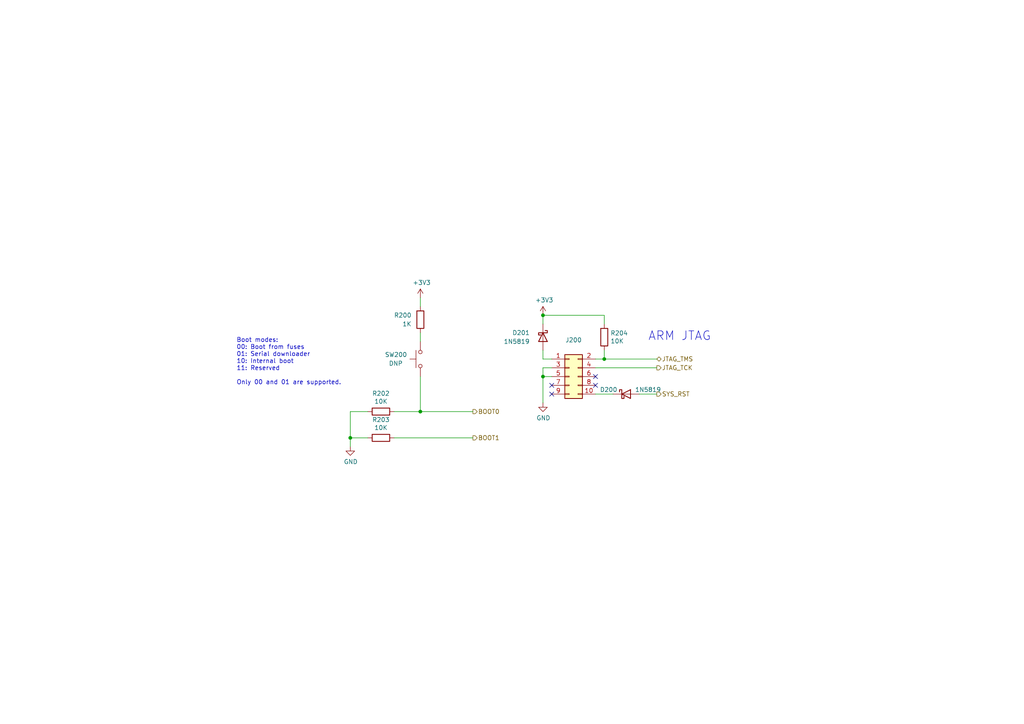
<source format=kicad_sch>
(kicad_sch (version 20210621) (generator eeschema)
  (paper "A4")
  (title_block (title "SitinaNe") (rev "R0.2") (company "Wenting"))
  (lib_symbols
    (symbol "Connector_Generic:Conn_02x05_Odd_Even" (pin_names (offset 1.016) hide)
      (property "Reference" "J" (at 1.27 7.62 0))
      (property "Value" "Conn_02x05_Odd_Even" (at 1.27 -7.62 0))
      (symbol "Conn_02x05_Odd_Even_1_1"
        (rectangle (start -1.27 -4.953) (end 0 -5.207) (stroke (width 0.1524)))
        (rectangle (start -1.27 -2.413) (end 0 -2.667) (stroke (width 0.1524)))
        (rectangle (start -1.27 0.127) (end 0 -0.127) (stroke (width 0.1524)))
        (rectangle (start -1.27 2.667) (end 0 2.413) (stroke (width 0.1524)))
        (rectangle (start -1.27 5.207) (end 0 4.953) (stroke (width 0.1524)))
        (rectangle (start 3.81 -4.953) (end 2.54 -5.207) (stroke (width 0.1524)))
        (rectangle (start 3.81 -2.413) (end 2.54 -2.667) (stroke (width 0.1524)))
        (rectangle (start 3.81 0.127) (end 2.54 -0.127) (stroke (width 0.1524)))
        (rectangle (start 3.81 2.667) (end 2.54 2.413) (stroke (width 0.1524)))
        (rectangle (start 3.81 5.207) (end 2.54 4.953) (stroke (width 0.1524)))
        (rectangle (start -1.27 6.35) (end 3.81 -6.35) (stroke (width 0.254)) (fill (type background)))
        (pin passive line (at -5.08 5.08 0) (length 3.81) (name "Pin_1") (number "1"))
        (pin passive line (at 7.62 -5.08 180) (length 3.81) (name "Pin_10") (number "10"))
        (pin passive line (at 7.62 5.08 180) (length 3.81) (name "Pin_2") (number "2"))
        (pin passive line (at -5.08 2.54 0) (length 3.81) (name "Pin_3") (number "3"))
        (pin passive line (at 7.62 2.54 180) (length 3.81) (name "Pin_4") (number "4"))
        (pin passive line (at -5.08 0 0) (length 3.81) (name "Pin_5") (number "5"))
        (pin passive line (at 7.62 0 180) (length 3.81) (name "Pin_6") (number "6"))
        (pin passive line (at -5.08 -2.54 0) (length 3.81) (name "Pin_7") (number "7"))
        (pin passive line (at 7.62 -2.54 180) (length 3.81) (name "Pin_8") (number "8"))
        (pin passive line (at -5.08 -5.08 0) (length 3.81) (name "Pin_9") (number "9"))
      )
    )
    (symbol "Device:D_Schottky" (pin_numbers hide) (pin_names (offset 1.016) hide)
      (property "Reference" "D" (at 0 2.54 0))
      (property "Value" "D_Schottky" (at 0 -2.54 0))
      (symbol "D_Schottky_0_1"
        (polyline (pts (xy 1.27 0) (xy -1.27 0)))
        (polyline (pts (xy 1.27 1.27) (xy 1.27 -1.27) (xy -1.27 0) (xy 1.27 1.27)) (stroke (width 0.254)))
        (polyline (pts (xy -1.905 0.635) (xy -1.905 1.27) (xy -1.27 1.27) (xy -1.27 -1.27) (xy -0.635 -1.27) (xy -0.635 -0.635)) (stroke (width 0.254)))
      )
      (symbol "D_Schottky_1_1"
        (pin passive line (at -3.81 0 0) (length 2.54) (name "K") (number "1"))
        (pin passive line (at 3.81 0 180) (length 2.54) (name "A") (number "2"))
      )
    )
    (symbol "Device:R" (pin_numbers hide) (pin_names (offset 0))
      (property "Reference" "R" (at 2.032 0 90))
      (property "Value" "R" (at 0 0 90))
      (symbol "R_0_1"
        (rectangle (start -1.016 -2.54) (end 1.016 2.54) (stroke (width 0.254)))
      )
      (symbol "R_1_1"
        (pin passive line (at 0 3.81 270) (length 1.27) (name "~") (number "1"))
        (pin passive line (at 0 -3.81 90) (length 1.27) (name "~") (number "2"))
      )
    )
    (symbol "Switch:SW_Push" (pin_numbers hide) (pin_names (offset 1.016) hide)
      (property "Reference" "SW" (at 1.27 2.54 0))
      (property "Value" "SW_Push" (at 0 -1.524 0))
      (symbol "SW_Push_0_1"
        (circle (center -2.032 0) (radius 0.508))
        (circle (center 2.032 0) (radius 0.508))
        (polyline (pts (xy 0 1.27) (xy 0 3.048)))
        (polyline (pts (xy 2.54 1.27) (xy -2.54 1.27)))
        (pin passive line (at -5.08 0 0) (length 2.54) (name "1") (number "1"))
        (pin passive line (at 5.08 0 180) (length 2.54) (name "2") (number "2"))
      )
    )
    (symbol "power:+3V3" (power) (pin_names (offset 0))
      (property "Value" "+3V3" (at 0 3.556 0))
      (symbol "+3V3_0_1"
        (polyline (pts (xy -0.762 1.27) (xy 0 2.54)))
        (polyline (pts (xy 0 0) (xy 0 2.54)))
        (polyline (pts (xy 0 2.54) (xy 0.762 1.27)))
      )
      (symbol "+3V3_1_1"
        (pin power_in line (at 0 0 90) (length 0) hide (name "+3V3") (number "1"))
      )
    )
    (symbol "power:GND" (power) (pin_names (offset 0))
      (property "Value" "GND" (at 0 -3.81 0))
      (symbol "GND_0_1"
        (polyline (pts (xy 0 0) (xy 0 -1.27) (xy 1.27 -1.27) (xy 0 -2.54) (xy -1.27 -1.27) (xy 0 -1.27)))
      )
      (symbol "GND_1_1"
        (pin power_in line (at 0 0 270) (length 0) hide (name "GND") (number "1"))
      )
    )
  )
  (junction (at 101.6 127) (diameter 0.9144))
  (junction (at 121.92 119.38) (diameter 0.9144))
  (junction (at 157.48 91.44) (diameter 0.9144))
  (junction (at 157.48 109.22) (diameter 0.9144))
  (junction (at 175.26 104.14) (diameter 0.9144))
  (no_connect (at 160.02 111.76))
  (no_connect (at 160.02 114.3))
  (no_connect (at 172.72 109.22))
  (no_connect (at 172.72 111.76))
  (wire (pts (xy 101.6 119.38) (xy 106.68 119.38)))
  (wire (pts (xy 101.6 127) (xy 101.6 119.38)))
  (wire (pts (xy 101.6 127) (xy 106.68 127)))
  (wire (pts (xy 101.6 129.54) (xy 101.6 127)))
  (wire (pts (xy 114.3 119.38) (xy 121.92 119.38)))
  (wire (pts (xy 114.3 127) (xy 137.16 127)))
  (wire (pts (xy 121.92 88.9) (xy 121.92 86.36)))
  (wire (pts (xy 121.92 96.52) (xy 121.92 99.06)))
  (wire (pts (xy 121.92 109.22) (xy 121.92 119.38)))
  (wire (pts (xy 121.92 119.38) (xy 137.16 119.38)))
  (wire (pts (xy 157.48 91.44) (xy 157.48 93.98)))
  (wire (pts (xy 157.48 101.6) (xy 157.48 104.14)))
  (wire (pts (xy 157.48 106.68) (xy 157.48 109.22)))
  (wire (pts (xy 157.48 109.22) (xy 157.48 116.84)))
  (wire (pts (xy 160.02 104.14) (xy 157.48 104.14)))
  (wire (pts (xy 160.02 106.68) (xy 157.48 106.68)))
  (wire (pts (xy 160.02 109.22) (xy 157.48 109.22)))
  (wire (pts (xy 172.72 104.14) (xy 175.26 104.14)))
  (wire (pts (xy 175.26 91.44) (xy 157.48 91.44)))
  (wire (pts (xy 175.26 91.44) (xy 175.26 93.98)))
  (wire (pts (xy 175.26 101.6) (xy 175.26 104.14)))
  (wire (pts (xy 175.26 104.14) (xy 190.5 104.14)))
  (wire (pts (xy 177.8 114.3) (xy 172.72 114.3)))
  (wire (pts (xy 185.42 114.3) (xy 190.5 114.3)))
  (wire (pts (xy 190.5 106.68) (xy 172.72 106.68)))
  (text "Boot modes:\n00: Boot from fuses\n01: Serial downloader\n10: Internal boot\n11: Reserved\n\nOnly 00 and 01 are supported." (at 68.58 111.76 0) (effects (font (size 1.27 1.27)) (justify left bottom)))
  (text "ARM JTAG" (at 187.96 99.06 0) (effects (font (size 2.54 2.54)) (justify left bottom)))
  (hierarchical_label "BOOT0" (shape output) (at 137.16 119.38 0))
  (hierarchical_label "BOOT1" (shape output) (at 137.16 127 0))
  (hierarchical_label "JTAG_TMS" (shape bidirectional) (at 190.5 104.14 0))
  (hierarchical_label "JTAG_TCK" (shape output) (at 190.5 106.68 0))
  (hierarchical_label "SYS_RST" (shape output) (at 190.5 114.3 0))
  (symbol (lib_id "power:+3V3") (at 121.92 86.36 0) (unit 1)
    (property "Reference" "#PWR0301" (effects hide))
    (property "Value" "+3V3" (at 122.301 81.9658 0))
  )
  (symbol (lib_id "power:+3V3") (at 157.48 91.44 0) (unit 1)
    (property "Reference" "#PWR0112" (effects hide))
    (property "Value" "+3V3" (at 157.861 87.0458 0))
  )
  (symbol (lib_id "power:GND") (at 101.6 129.54 0) (unit 1)
    (property "Reference" "#PWR0300" (effects hide))
    (property "Value" "GND" (at 101.727 133.9342 0))
  )
  (symbol (lib_id "power:GND") (at 157.48 116.84 0) (unit 1)
    (property "Reference" "#PWR0113" (effects hide))
    (property "Value" "GND" (at 157.607 121.2342 0))
  )
  (symbol (lib_id "Device:R") (at 110.49 119.38 270) (unit 1)
    (property "Reference" "R202" (at 110.49 114.1222 90))
    (property "Value" "10K" (at 110.49 116.4336 90))
    (property "Footprint" "Resistor_SMD:R_0402_1005Metric" (effects hide))
  )
  (symbol (lib_id "Device:R") (at 110.49 127 270) (unit 1)
    (property "Reference" "R203" (at 110.49 121.7422 90))
    (property "Value" "10K" (at 110.49 124.0536 90))
    (property "Footprint" "Resistor_SMD:R_0402_1005Metric" (effects hide))
  )
  (symbol (lib_id "Device:R") (at 121.92 92.71 180) (unit 1)
    (property "Reference" "R200" (at 119.38 91.44 0) (effects (justify left)))
    (property "Value" "1K" (at 119.38 93.98 0) (effects (justify left)))
    (property "Footprint" "Resistor_SMD:R_0402_1005Metric" (effects hide))
  )
  (symbol (lib_id "Device:R") (at 175.26 97.79 0) (unit 1)
    (property "Reference" "R204" (at 177.038 96.6216 0) (effects (justify left)))
    (property "Value" "10K" (at 177.038 98.933 0) (effects (justify left)))
    (property "Footprint" "Resistor_SMD:R_0402_1005Metric" (effects hide))
  )
  (symbol (lib_id "Device:D_Schottky") (at 157.48 97.79 270) (unit 1)
    (property "Reference" "D201" (at 151.13 96.52 90))
    (property "Value" "1N5819" (at 149.86 99.06 90))
    (property "Footprint" "Diode_SMD:D_SOD-123" (effects hide))
  )
  (symbol (lib_id "Device:D_Schottky") (at 181.61 114.3 0) (unit 1)
    (property "Reference" "D200" (at 176.53 113.03 0))
    (property "Value" "1N5819" (at 187.96 113.03 0))
    (property "Footprint" "Diode_SMD:D_SOD-123" (effects hide))
  )
  (symbol (lib_id "Switch:SW_Push") (at 121.92 104.14 90) (unit 1)
    (property "Reference" "SW200" (at 118.11 102.87 90) (effects (justify left)))
    (property "Value" "DNP" (at 116.84 105.41 90) (effects (justify left)))
    (property "Footprint" "Button_Switch_SMD:SW_SPST_CK_RS282G05A3" (effects hide))
  )
  (symbol (lib_id "Connector_Generic:Conn_02x05_Odd_Even") (at 165.1 109.22 0) (unit 1)
    (property "Reference" "J200" (at 166.37 98.6282 0))
    (property "Value" "Conn_02x05_Odd_Even" (effects hide))
    (property "Footprint" "Connector_PinHeader_1.27mm:PinHeader_2x05_P1.27mm_Vertical_SMD" (effects hide))
  )
)
</source>
